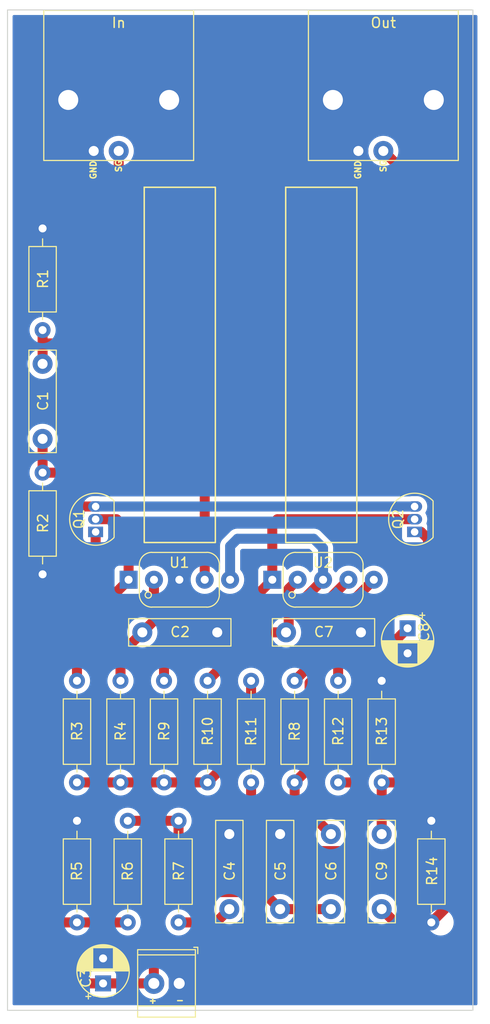
<source format=kicad_pcb>
(kicad_pcb (version 20211014) (generator pcbnew)
  (layers (0 "F.Cu" signal) (31 "B.Cu" signal) (34 "B.Paste" user) (35 "F.Paste" user) (36 "B.SilkS" user "B.Silkscreen") (37 "F.SilkS" user "F.Silkscreen") (38 "B.Mask" user) (39 "F.Mask" user) (44 "Edge.Cuts" user))
  (net 0 "")
  (net 1 "In")
  (net 2 "Net-(C1-Pad2)")
  (net 3 "GND")
  (net 4 "Net-(C2-Pad2)")
  (net 5 "Net-(C4-Pad2)")
  (net 6 "Net-(C5-Pad2)")
  (net 7 "Net-(C6-Pad1)")
  (net 8 "Net-(C7-Pad2)")
  (net 9 "Net-(C8-Pad1)")
  (net 10 "Out")
  (net 11 "+30V")
  (net 12 "Net-(Q1-Pad2)")
  (net 13 "Net-(Q1-Pad1)")
  (net 14 "Net-(Q2-Pad2)")
  (net 15 "Net-(R8-Pad2)")
  (net 16 "heater")
  (net 17 "1")
  (net 18 "Net-(C9-Pad2)")
  (footprint "Resistor_THT:R_Axial_DIN0207_L6.3mm_D2.5mm_P10.16mm_Horizontal" (layer "F.Cu") (at 45.943604 127.991 90)
    (fp_text reference "R6" (at 5.124 -0.013269 90) (layer "F.SilkS"))
    (fp_text value "82K")
    (pad "1" thru_hole circle locked (at 0 0 90) (size 1.6 1.6) (drill 0.8) (layers *.Cu *.Mask) (net 13 "Net-(Q1-Pad1)"))
    (pad "2" thru_hole oval locked (at 10.16 0 90) (size 1.6 1.6) (drill 0.8) (layers *.Cu *.Mask) (net 6 "Net-(C5-Pad2)"))
  )
  (footprint "Capacitor_THT:C_Rect_L10.0mm_W2.5mm_P7.50mm_MKS4" (layer "F.Cu") (at 69.287 98.997 180)
    (fp_text reference "C7" (at 3.72 0.04) (layer "F.SilkS"))
    (fp_text value "0.1uF")
    (pad "1" thru_hole circle locked (at 0 0 180) (size 2 2) (drill 1) (layers *.Cu *.Mask) (net 3 "GND"))
    (pad "2" thru_hole circle locked (at 7.5 0 180) (size 2 2) (drill 1) (layers *.Cu *.Mask) (net 8 "Net-(C7-Pad2)"))
  )
  (footprint "Capacitor_THT:C_Rect_L10.0mm_W2.5mm_P7.50mm_MKS4" (layer "F.Cu") (at 66.276936 119.161 -90)
    (fp_text reference "C6" (at 3.706 -0.031984 90) (layer "F.SilkS"))
    (fp_text value "0.1uF")
    (pad "1" thru_hole circle locked (at 0 0 270) (size 2 2) (drill 1) (layers *.Cu *.Mask) (net 7 "Net-(C6-Pad1)"))
    (pad "2" thru_hole circle locked (at 7.5 0 270) (size 2 2) (drill 1) (layers *.Cu *.Mask) (net 6 "Net-(C5-Pad2)"))
  )
  (footprint "Resistor_THT:R_Axial_DIN0207_L6.3mm_D2.5mm_P10.16mm_Horizontal" (layer "F.Cu") (at 40.860269 127.991 90)
    (fp_text reference "R5" (at 5.124 -0.013269 90) (layer "F.SilkS"))
    (fp_text value "10K")
    (pad "1" thru_hole circle locked (at 0 0 90) (size 1.6 1.6) (drill 0.8) (layers *.Cu *.Mask) (net 13 "Net-(Q1-Pad1)"))
    (pad "2" thru_hole oval locked (at 10.16 0 90) (size 1.6 1.6) (drill 0.8) (layers *.Cu *.Mask) (net 3 "GND"))
  )
  (footprint "Resistor_THT:R_Axial_DIN0207_L6.3mm_D2.5mm_P10.16mm_Horizontal" (layer "F.Cu") (at 49.574557 113.997 90)
    (fp_text reference "R9" (at 5.12 0.006731 90) (layer "F.SilkS"))
    (fp_text value "100K")
    (pad "1" thru_hole circle locked (at 0 0 90) (size 1.6 1.6) (drill 0.8) (layers *.Cu *.Mask) (net 11 "+30V"))
    (pad "2" thru_hole oval locked (at 10.16 0 90) (size 1.6 1.6) (drill 0.8) (layers *.Cu *.Mask) (net 14 "Net-(Q2-Pad2)"))
  )
  (footprint "Resistor_THT:R_Axial_DIN0207_L6.3mm_D2.5mm_P10.16mm_Horizontal" (layer "F.Cu") (at 58.288843 103.839708 -90)
    (fp_text reference "R11" (at 5.057292 0.001843 90) (layer "F.SilkS"))
    (fp_text value "1.5K")
    (pad "1" thru_hole circle locked (at 0 0 270) (size 1.6 1.6) (drill 0.8) (layers *.Cu *.Mask) (net 11 "+30V"))
    (pad "2" thru_hole oval locked (at 10.16 0 270) (size 1.6 1.6) (drill 0.8) (layers *.Cu *.Mask) (net 9 "Net-(C8-Pad1)"))
  )
  (footprint "TerminalBlock_TE-Connectivity:TerminalBlock_TE_282834-2_1x02_P2.54mm_Horizontal" (layer "F.Cu") (at 51.093 134.087 180)
    (fp_text reference "J3" hide)
    (fp_text value "Power")
    (fp_text user "-" (at -0.074 -1.681484) (layer "F.SilkS") (effects (font (size 0.6 0.6))))
    (pad "1" thru_hole rect locked (at 0 0 180) (size 2.1 2.1) (drill 1.1) (layers *.Cu *.Mask) (net 3 "GND"))
    (pad "2" thru_hole circle locked (at 2.54 0 180) (size 2.1 2.1) (drill 1.1) (layers *.Cu *.Mask) (net 11 "+30V"))
  )
  (footprint "Valve:Valve_Mini_Pentode_Linear" (layer "F.Cu") (at 46.027 93.737)
    (fp_text reference "U1" (at 5.08 -1.71) (layer "F.SilkS"))
    (fp_text value "JAN6418")
    (pad "1" thru_hole rect locked (at 0 0) (size 1.8 1.8) (drill 0.8) (layers *.Cu *.Mask) (net 12 "Net-(Q1-Pad2)"))
    (pad "2" thru_hole circle locked (at 2.54 0) (size 1.8 1.8) (drill 0.8) (layers *.Cu *.Mask) (net 4 "Net-(C2-Pad2)"))
    (pad "3" thru_hole circle locked (at 5.08 0) (size 1.8 1.8) (drill 0.8) (layers *.Cu *.Mask) (net 3 "GND"))
    (pad "4" thru_hole circle locked (at 7.62 0) (size 1.8 1.8) (drill 0.8) (layers *.Cu *.Mask) (net 2 "Net-(C1-Pad2)"))
    (pad "5" thru_hole circle locked (at 10.16 0) (size 1.8 1.8) (drill 0.8) (layers *.Cu *.Mask) (net 17 "1"))
  )
  (footprint "Capacitor_THT:CP_Radial_D5.0mm_P2.50mm" (layer "F.Cu") (at 73.953 98.591888 -90)
    (fp_text reference "C8" (at 0.395112 -1.654 90) (layer "F.SilkS"))
    (fp_text value "4.7uF")
    (pad "1" thru_hole rect locked (at 0 0 270) (size 1.6 1.6) (drill 0.8) (layers *.Cu *.Mask) (net 9 "Net-(C8-Pad1)"))
    (pad "2" thru_hole circle locked (at 2.5 0 270) (size 1.6 1.6) (drill 0.8) (layers *.Cu *.Mask) (net 3 "GND"))
  )
  (footprint "Package_TO_SOT_THT:TO-92_Inline" (layer "F.Cu") (at 42.727 88.957 90)
    (fp_text reference "Q1" (at 1.29 -1.65798 90) (layer "F.SilkS"))
    (fp_text value "BSN254A")
    (pad "1" thru_hole rect locked (at 0 0 90) (size 1.05 1.5) (drill 0.75) (layers *.Cu *.Mask) (net 13 "Net-(Q1-Pad1)"))
    (pad "2" thru_hole oval locked (at 1.27 0 90) (size 1.05 1.5) (drill 0.75) (layers *.Cu *.Mask) (net 12 "Net-(Q1-Pad2)"))
    (pad "3" thru_hole oval locked (at 2.54 0 90) (size 1.05 1.5) (drill 0.75) (layers *.Cu *.Mask) (net 11 "+30V"))
  )
  (footprint "Capacitor_THT:C_Rect_L10.0mm_W2.5mm_P7.50mm_MKS4" (layer "F.Cu") (at 37.418677 72.157065 -90)
    (fp_text reference "C1" (at 3.719935 -0.038323 90) (layer "F.SilkS"))
    (fp_text value "0.1uF")
    (pad "1" thru_hole circle locked (at 0 0 270) (size 2 2) (drill 1) (layers *.Cu *.Mask) (net 1 "In"))
    (pad "2" thru_hole circle locked (at 7.5 0 270) (size 2 2) (drill 1) (layers *.Cu *.Mask) (net 2 "Net-(C1-Pad2)"))
  )
  (footprint "Resistor_THT:R_Axial_DIN0207_L6.3mm_D2.5mm_P10.16mm_Horizontal" (layer "F.Cu") (at 37.418677 83.033 -90)
    (fp_text reference "R2" (at 5.049935 -0.038323 90) (layer "F.SilkS"))
    (fp_text value "1M")
    (pad "1" thru_hole circle locked (at 0 0 270) (size 1.6 1.6) (drill 0.8) (layers *.Cu *.Mask) (net 2 "Net-(C1-Pad2)"))
    (pad "2" thru_hole oval locked (at 10.16 0 270) (size 1.6 1.6) (drill 0.8) (layers *.Cu *.Mask) (net 3 "GND"))
  )
  (footprint "Resistor_THT:R_Axial_DIN0207_L6.3mm_D2.5mm_P10.16mm_Horizontal" (layer "F.Cu") (at 37.418677 68.781131 90)
    (fp_text reference "R1" (at 5.110065 0.038323 90) (layer "F.SilkS"))
    (fp_text value "100K")
    (pad "1" thru_hole circle locked (at 0 0 90) (size 1.6 1.6) (drill 0.8) (layers *.Cu *.Mask) (net 1 "In"))
    (pad "2" thru_hole oval locked (at 10.16 0 90) (size 1.6 1.6) (drill 0.8) (layers *.Cu *.Mask) (net 3 "GND"))
  )
  (footprint "Resistor_THT:R_Axial_DIN0207_L6.3mm_D2.5mm_P10.16mm_Horizontal" (layer "F.Cu") (at 51.026937 117.831 -90)
    (fp_text reference "R7" (at 5.036 -0.023116 90) (layer "F.SilkS"))
    (fp_text value "10K")
    (pad "1" thru_hole circle locked (at 0 0 270) (size 1.6 1.6) (drill 0.8) (layers *.Cu *.Mask) (net 6 "Net-(C5-Pad2)"))
    (pad "2" thru_hole oval locked (at 10.16 0 270) (size 1.6 1.6) (drill 0.8) (layers *.Cu *.Mask) (net 5 "Net-(C4-Pad2)"))
  )
  (footprint "Resistor_THT:R_Axial_DIN0207_L6.3mm_D2.5mm_P10.16mm_Horizontal" (layer "F.Cu") (at 71.360269 113.999708 90)
    (fp_text reference "R13" (at 5.12 0.006731 90) (layer "F.SilkS"))
    (fp_text value "10K")
    (pad "1" thru_hole circle locked (at 0 0 90) (size 1.6 1.6) (drill 0.8) (layers *.Cu *.Mask) (net 18 "Net-(C9-Pad2)"))
    (pad "2" thru_hole oval locked (at 10.16 0 90) (size 1.6 1.6) (drill 0.8) (layers *.Cu *.Mask) (net 3 "GND"))
  )
  (footprint "Resistor_THT:R_Axial_DIN0207_L6.3mm_D2.5mm_P10.16mm_Horizontal" (layer "F.Cu") (at 45.217414 113.997 90)
    (fp_text reference "R4" (at 5.12 0.006731 90) (layer "F.SilkS"))
    (fp_text value "330K")
    (pad "1" thru_hole circle locked (at 0 0 90) (size 1.6 1.6) (drill 0.8) (layers *.Cu *.Mask) (net 11 "+30V"))
    (pad "2" thru_hole oval locked (at 10.16 0 90) (size 1.6 1.6) (drill 0.8) (layers *.Cu *.Mask) (net 4 "Net-(C2-Pad2)"))
  )
  (footprint "Capacitor_THT:C_Rect_L10.0mm_W2.5mm_P7.50mm_MKS4" (layer "F.Cu") (at 54.902 98.997 180)
    (fp_text reference "C2" (at 3.72 0.04) (layer "F.SilkS"))
    (fp_text value "0.1uF")
    (pad "1" thru_hole circle locked (at 0 0 180) (size 2 2) (drill 1) (layers *.Cu *.Mask) (net 3 "GND"))
    (pad "2" thru_hole circle locked (at 7.5 0 180) (size 2 2) (drill 1) (layers *.Cu *.Mask) (net 4 "Net-(C2-Pad2)"))
  )
  (footprint "Valve:Valve_Mini_Pentode_Linear" (layer "F.Cu") (at 60.412 93.737)
    (fp_text reference "U2" (at 5.08 -1.71) (layer "F.SilkS"))
    (fp_text value "JAN6418")
    (pad "1" thru_hole rect locked (at 0 0) (size 1.8 1.8) (drill 0.8) (layers *.Cu *.Mask) (net 14 "Net-(Q2-Pad2)"))
    (pad "2" thru_hole circle locked (at 2.54 0) (size 1.8 1.8) (drill 0.8) (layers *.Cu *.Mask) (net 8 "Net-(C7-Pad2)"))
    (pad "3" thru_hole circle locked (at 5.08 0) (size 1.8 1.8) (drill 0.8) (layers *.Cu *.Mask) (net 17 "1"))
    (pad "4" thru_hole circle locked (at 7.62 0) (size 1.8 1.8) (drill 0.8) (layers *.Cu *.Mask) (net 7 "Net-(C6-Pad1)"))
    (pad "5" thru_hole circle locked (at 10.16 0) (size 1.8 1.8) (drill 0.8) (layers *.Cu *.Mask) (net 16 "heater"))
  )
  (footprint "Capacitor_THT:CP_Radial_D5.0mm_P2.50mm" (layer "F.Cu") (at 43.473 134.087 90)
    (fp_text reference "C3" (at 0.53 -1.726 90) (layer "F.SilkS"))
    (fp_text value "4.7uF")
    (pad "1" thru_hole rect locked (at 0 0 90) (size 1.6 1.6) (drill 0.8) (layers *.Cu *.Mask) (net 11 "+30V"))
    (pad "2" thru_hole circle locked (at 2.5 0 90) (size 1.6 1.6) (drill 0.8) (layers *.Cu *.Mask) (net 3 "GND"))
  )
  (footprint "Resistor_THT:R_Axial_DIN0207_L6.3mm_D2.5mm_P10.16mm_Horizontal" (layer "F.Cu") (at 76.330981 127.99 90)
    (fp_text reference "R14" (at 5.124 0.06968 90) (layer "F.SilkS"))
    (fp_text value "1M")
    (pad "1" thru_hole circle locked (at 0 0 90) (size 1.6 1.6) (drill 0.8) (layers *.Cu *.Mask) (net 10 "Out"))
    (pad "2" thru_hole oval locked (at 10.16 0 90) (size 1.6 1.6) (drill 0.8) (layers *.Cu *.Mask) (net 3 "GND"))
  )
  (footprint "Package_TO_SOT_THT:TO-92_Inline" (layer "F.Cu") (at 74.657 88.957 90)
    (fp_text reference "Q2" (at 1.27 -1.651787 90) (layer "F.SilkS"))
    (fp_text value "BSN254A")
    (pad "1" thru_hole rect locked (at 0 0 90) (size 1.05 1.5) (drill 0.75) (layers *.Cu *.Mask) (net 18 "Net-(C9-Pad2)"))
    (pad "2" thru_hole oval locked (at 1.27 0 90) (size 1.05 1.5) (drill 0.75) (layers *.Cu *.Mask) (net 14 "Net-(Q2-Pad2)"))
    (pad "3" thru_hole oval locked (at 2.54 0 90) (size 1.05 1.5) (drill 0.75) (layers *.Cu *.Mask) (net 11 "+30V"))
  )
  (footprint "Capacitor_THT:C_Rect_L10.0mm_W2.5mm_P7.50mm_MKS4" (layer "F.Cu") (at 71.360269 126.661 90)
    (fp_text reference "C9" (at 3.794 0.007741 90) (layer "F.SilkS"))
    (fp_text value "0.39uF")
    (pad "1" thru_hole circle locked (at 0 0 90) (size 2 2) (drill 1) (layers *.Cu *.Mask) (net 10 "Out"))
    (pad "2" thru_hole circle locked (at 7.5 0 90) (size 2 2) (drill 1) (layers *.Cu *.Mask) (net 18 "Net-(C9-Pad2)"))
  )
  (footprint "Resistor_THT:R_Axial_DIN0207_L6.3mm_D2.5mm_P10.16mm_Horizontal" (layer "F.Cu") (at 67.003127 113.999708 90)
    (fp_text reference "R12" (at 5.12 0.006731 90) (layer "F.SilkS"))
    (fp_text value "1.2K")
    (pad "1" thru_hole circle locked (at 0 0 90) (size 1.6 1.6) (drill 0.8) (layers *.Cu *.Mask) (net 9 "Net-(C8-Pad1)"))
    (pad "2" thru_hole oval locked (at 10.16 0 90) (size 1.6 1.6) (drill 0.8) (layers *.Cu *.Mask) (net 16 "heater"))
  )
  (footprint "Custom Library:RCA PANEL 2PIN FOOTPRINT" (layer "F.Cu") (at 45.037 48.327 -90)
    (fp_text reference "In" (at -10.26 0) (layer "F.SilkS"))
    (fp_text value "In")
    (fp_text user "SG" (at 4.064 0 90) (layer "F.SilkS") (effects (font (size 0.6 0.6))))
    (fp_text user "GND" (at 4.445 2.54 90) (layer "F.SilkS") (effects (font (size 0.6 0.6))))
    (pad "1" thru_hole circle locked (at 2.55 0 270) (size 2 2) (drill 1) (layers *.Cu *.Mask) (net 1 "In"))
    (pad "2" thru_hole circle locked (at 2.55 2.5 270) (size 2 2) (drill 1) (layers *.Cu *.Mask) (net 3 "GND"))
    (pad "2" thru_hole circle locked (at -2.55 -5.05 270) (size 3 3) (drill 2) (layers *.Cu *.Mask) (net 3 "GND"))
    (pad "2" thru_hole circle locked (at -2.55 5.05 270) (size 3 3) (drill 2) (layers *.Cu *.Mask) (net 3 "GND"))
  )
  (footprint "Capacitor_THT:C_Rect_L10.0mm_W2.5mm_P7.50mm_MKS4" (layer "F.Cu") (at 56.11027 119.161 -90)
    (fp_text reference "C4" (at 3.706 -0.031984 90) (layer "F.SilkS"))
    (fp_text value "6n8")
    (pad "1" thru_hole circle locked (at 0 0 270) (size 2 2) (drill 1) (layers *.Cu *.Mask) (net 3 "GND"))
    (pad "2" thru_hole circle locked (at 7.5 0 270) (size 2 2) (drill 1) (layers *.Cu *.Mask) (net 5 "Net-(C4-Pad2)"))
  )
  (footprint "Custom Library:RCA PANEL 2PIN FOOTPRINT" (layer "F.Cu") (at 71.527 48.327 -90)
    (fp_text reference "Out" (at -10.26 0) (layer "F.SilkS"))
    (fp_text value "Out")
    (fp_text user "GND" (at 4.445 2.54 90) (layer "F.SilkS") (effects (font (size 0.6 0.6))))
    (fp_text user "SG" (at 4.064 0 90) (layer "F.SilkS") (effects (font (size 0.6 0.6))))
    (pad "1" thru_hole circle locked (at 2.55 0 270) (size 2 2) (drill 1) (layers *.Cu *.Mask) (net 10 "Out"))
    (pad "2" thru_hole circle locked (at -2.55 5.05 270) (size 3 3) (drill 2) (layers *.Cu *.Mask) (net 3 "GND"))
    (pad "2" thru_hole circle locked (at -2.55 -5.05 270) (size 3 3) (drill 2) (layers *.Cu *.Mask) (net 3 "GND"))
    (pad "2" thru_hole circle locked (at 2.55 2.5 270) (size 2 2) (drill 1) (layers *.Cu *.Mask) (net 3 "GND"))
  )
  (footprint "Resistor_THT:R_Axial_DIN0207_L6.3mm_D2.5mm_P10.16mm_Horizontal" (layer "F.Cu") (at 40.860269 113.997 90)
    (fp_text reference "R3" (at 5.12 0.006731 90) (layer "F.SilkS"))
    (fp_text value "100K")
    (pad "1" thru_hole circle locked (at 0 0 90) (size 1.6 1.6) (drill 0.8) (layers *.Cu *.Mask) (net 11 "+30V"))
    (pad "2" thru_hole oval locked (at 10.16 0 90) (size 1.6 1.6) (drill 0.8) (layers *.Cu *.Mask) (net 12 "Net-(Q1-Pad2)"))
  )
  (footprint "Resistor_THT:R_Axial_DIN0207_L6.3mm_D2.5mm_P10.16mm_Horizontal" (layer "F.Cu") (at 53.9317 113.997 90)
    (fp_text reference "R10" (at 5.12 0.006731 90) (layer "F.SilkS"))
    (fp_text value "330K")
    (pad "1" thru_hole circle locked (at 0 0 90) (size 1.6 1.6) (drill 0.8) (layers *.Cu *.Mask) (net 11 "+30V"))
    (pad "2" thru_hole oval locked (at 10.16 0 90) (size 1.6 1.6) (drill 0.8) (layers *.Cu *.Mask) (net 8 "Net-(C7-Pad2)"))
  )
  (footprint "Capacitor_THT:C_Rect_L10.0mm_W2.5mm_P7.50mm_MKS4" (layer "F.Cu") (at 61.193603 119.161 -90)
    (fp_text reference "C5" (at 3.706 -0.031984 90) (layer "F.SilkS"))
    (fp_text value "0.022uf")
    (pad "1" thru_hole circle locked (at 0 0 270) (size 2 2) (drill 1) (layers *.Cu *.Mask) (net 3 "GND"))
    (pad "2" thru_hole circle locked (at 7.5 0 270) (size 2 2) (drill 1) (layers *.Cu *.Mask) (net 6 "Net-(C5-Pad2)"))
  )
  (footprint "Resistor_THT:R_Axial_DIN0207_L6.3mm_D2.5mm_P10.16mm_Horizontal" (layer "F.Cu") (at 62.645985 113.999708 90)
    (fp_text reference "R8" (at 5.102708 0.001015 90) (layer "F.SilkS"))
    (fp_text value "10K")
    (pad "1" thru_hole circle locked (at 0 0 90) (size 1.6 1.6) (drill 0.8) (layers *.Cu *.Mask) (net 7 "Net-(C6-Pad1)"))
    (pad "2" thru_hole oval locked (at 10.16 0 90) (size 1.6 1.6) (drill 0.8) (layers *.Cu *.Mask) (net 15 "Net-(R8-Pad2)"))
  )
  (gr_rect locked (start 68.873 54.507) (end 61.753 90.017) (layer "F.SilkS") (width 0.15) (fill none))
  (gr_rect locked (start 54.712 54.507) (end 47.592 90.017) (layer "F.SilkS") (width 0.15) (fill none))
  (gr_rect locked (start 80.493 36.779) (end 33.907 136.779) (layer "Edge.Cuts") (width 0.1) (fill none))
  (gr_text "+" (at 48.486795 135.840364 270) (layer "F.SilkS") (effects (font (size 0.6 0.6))))
  (segment locked (start 45.037 50.877) (end 45.037 68.477) (width 1) (layer "F.Cu") (net 1))
  (segment locked (start 45.037 68.477) (end 43.393323 70.120677) (width 1) (layer "F.Cu") (net 1))
  (segment locked (start 37.418677 70.120677) (end 37.418677 68.781131) (width 1) (layer "F.Cu") (net 1))
  (segment locked (start 37.418677 72.157065) (end 37.418677 70.120677) (width 1) (layer "F.Cu") (net 1))
  (segment locked (start 37.418677 70.120677) (end 38.859323 70.120677) (width 1) (layer "F.Cu") (net 1))
  (segment locked (start 43.393323 70.120677) (end 37.418677 70.120677) (width 1) (layer "F.Cu") (net 1))
  (segment locked (start 53.647 84.825) (end 51.855 83.033) (width 1) (layer "F.Cu") (net 2))
  (segment locked (start 37.418677 83.033) (end 37.418677 79.657065) (width 1) (layer "F.Cu") (net 2))
  (segment locked (start 53.647 93.737) (end 53.647 84.825) (width 1) (layer "F.Cu") (net 2))
  (segment locked (start 51.855 83.033) (end 37.418677 83.033) (width 1) (layer "F.Cu") (net 2))
  (segment locked (start 45.217414 103.837) (end 45.217414 101.181586) (width 1) (layer "F.Cu") (net 4))
  (segment locked (start 45.217414 101.181586) (end 47.402 98.997) (width 1) (layer "F.Cu") (net 4))
  (segment locked (start 48.567 93.762) (end 48.567 97.832) (width 1) (layer "F.Cu") (net 4))
  (segment locked (start 48.567 97.832) (end 47.402 98.997) (width 1) (layer "F.Cu") (net 4))
  (segment locked (start 51.026937 127.991) (end 54.78027 127.991) (width 1) (layer "F.Cu") (net 5))
  (segment locked (start 54.78027 127.991) (end 56.11027 126.661) (width 1) (layer "F.Cu") (net 5))
  (segment locked (start 45.943604 117.831) (end 51.026937 117.831) (width 1) (layer "F.Cu") (net 6))
  (segment locked (start 61.193603 126.661) (end 59.494093 124.961489) (width 1) (layer "F.Cu") (net 6))
  (segment locked (start 51.026937 123.098937) (end 51.026937 117.831) (width 1) (layer "F.Cu") (net 6))
  (segment locked (start 59.494093 124.961489) (end 52.889489 124.961489) (width 1) (layer "F.Cu") (net 6))
  (segment locked (start 52.889489 124.961489) (end 51.026937 123.098937) (width 1) (layer "F.Cu") (net 6))
  (segment locked (start 66.276936 126.661) (end 61.193603 126.661) (width 1) (layer "F.Cu") (net 6))
  (segment locked (start 68.032 93.737) (end 65.4895 96.2795) (width 1) (layer "F.Cu") (net 7))
  (segment locked (start 62.645985 113.999708) (end 62.645985 115.530049) (width 1) (layer "F.Cu") (net 7))
  (segment locked (start 62.645985 115.530049) (end 66.276936 119.161) (width 1) (layer "F.Cu") (net 7))
  (segment locked (start 64.145496 112.500197) (end 62.645985 113.999708) (width 1) (layer "F.Cu") (net 7))
  (segment locked (start 65.4895 96.2795) (end 65.4895 102.6945) (width 1) (layer "F.Cu") (net 7))
  (segment locked (start 65.4895 102.6945) (end 64.145496 104.038504) (width 1) (layer "F.Cu") (net 7))
  (segment locked (start 64.145496 104.038504) (end 64.145496 112.500197) (width 1) (layer "F.Cu") (net 7))
  (segment locked (start 53.9317 103.837) (end 58.7717 98.997) (width 1) (layer "F.Cu") (net 8))
  (segment locked (start 62.952 93.737) (end 62.052 94.637) (width 1) (layer "F.Cu") (net 8))
  (segment locked (start 62.052 94.637) (end 62.052 98.732) (width 1) (layer "F.Cu") (net 8))
  (segment locked (start 58.7717 98.997) (end 61.787 98.997) (width 1) (layer "F.Cu") (net 8))
  (segment locked (start 62.052 98.732) (end 61.787 98.997) (width 1) (layer "F.Cu") (net 8))
  (segment locked (start 68.873 119.944636) (end 68.405818 120.411818) (width 1) (layer "F.Cu") (net 9))
  (segment locked (start 68.405818 120.411818) (end 67.957125 120.860511) (width 1) (layer "F.Cu") (net 9))
  (segment locked (start 69.127 114.021) (end 69.127 119.690636) (width 1) (layer "F.Cu") (net 9))
  (segment locked (start 58.288843 119.946843) (end 58.288843 113.999708) (width 1) (layer "F.Cu") (net 9))
  (segment locked (start 67.003127 113.999708) (end 69.105708 113.999708) (width 1) (layer "F.Cu") (net 9))
  (segment locked (start 67.957125 120.860511) (end 59.202511 120.860511) (width 1) (layer "F.Cu") (net 9))
  (segment locked (start 59.202511 120.860511) (end 58.288843 119.946843) (width 1) (layer "F.Cu") (net 9))
  (segment locked (start 69.127 119.690636) (end 68.405818 120.411818) (width 1) (layer "F.Cu") (net 9))
  (segment locked (start 69.105708 113.999708) (end 69.127 114.021) (width 1) (layer "F.Cu") (net 9))
  (segment locked (start 73.953 98.591888) (end 69.127 103.417888) (width 1) (layer "F.Cu") (net 9))
  (segment locked (start 69.127 103.417888) (end 69.127 114.021) (width 1) (layer "F.Cu") (net 9))
  (segment locked (start 72.690269 127.991) (end 72.691269 127.99) (width 1) (layer "F.Cu") (net 10))
  (segment locked (start 72.691269 127.99) (end 76.330981 127.99) (width 1) (layer "F.Cu") (net 10))
  (segment locked (start 77.830492 57.180492) (end 71.527 50.877) (width 1) (layer "F.Cu") (net 10))
  (segment locked (start 77.830492 126.490489) (end 77.830492 57.180492) (width 1) (layer "F.Cu") (net 10))
  (segment locked (start 72.690269 127.991) (end 71.360269 126.661) (width 1) (layer "F.Cu") (net 10))
  (segment locked (start 76.330981 127.99) (end 77.830492 126.490489) (width 1) (layer "F.Cu") (net 10))
  (segment locked (start 43.473 114.021) (end 43.497 113.997) (width 1) (layer "F.Cu") (net 11))
  (segment locked (start 35.599 87.859) (end 37.041 86.417) (width 1) (layer "F.Cu") (net 11))
  (segment locked (start 36.615 134.087) (end 35.599 133.071) (width 1) (layer "F.Cu") (net 11))
  (segment locked (start 37.041 86.417) (end 42.727 86.417) (width 1) (layer "F.Cu") (net 11))
  (segment locked (start 53.9317 113.997) (end 52.641 113.997) (width 1) (layer "F.Cu") (net 11))
  (segment locked (start 43.497 113.997) (end 40.860269 113.997) (width 1) (layer "F.Cu") (net 11))
  (segment locked (start 52.641 113.997) (end 43.497 113.997) (width 1) (layer "F.Cu") (net 11))
  (segment locked (start 43.473 119.863) (end 48.553 124.943) (width 1) (layer "F.Cu") (net 11))
  (segment locked (start 48.553 134.087) (end 48.553 124.943) (width 1) (layer "F.Cu") (net 11))
  (segment locked (start 48.553 134.087) (end 36.615 134.087) (width 1) (layer "F.Cu") (net 11))
  (segment locked (start 35.599 133.071) (end 35.599 87.859) (width 1) (layer "F.Cu") (net 11))
  (segment locked (start 43.473 119.863) (end 43.473 114.021) (width 1) (layer "F.Cu") (net 11))
  (segment locked (start 58.288843 103.839708) (end 58.288843 109.639857) (width 1) (layer "F.Cu") (net 11))
  (segment locked (start 58.288843 109.639857) (end 53.9317 113.997) (width 1) (layer "F.Cu") (net 11))
  (segment locked (start 74.657 86.417) (end 42.727 86.417) (width 1) (layer "B.Cu") (net 11))
  (segment locked (start 46.027 88.889) (end 46.027 93.737) (width 1) (layer "F.Cu") (net 12))
  (segment locked (start 44.825 87.687) (end 46.027 88.889) (width 1) (layer "F.Cu") (net 12))
  (segment locked (start 46.027 93.762) (end 40.860269 98.928731) (width 1) (layer "F.Cu") (net 12))
  (segment locked (start 42.727 87.687) (end 44.825 87.687) (width 1) (layer "F.Cu") (net 12))
  (segment locked (start 40.860269 98.928731) (end 40.860269 103.837) (width 1) (layer "F.Cu") (net 12))
  (segment locked (start 40.860269 127.991) (end 45.943604 127.991) (width 1) (layer "F.Cu") (net 13))
  (segment locked (start 42.727 88.957) (end 42.727 93.939) (width 1) (layer "F.Cu") (net 13))
  (segment locked (start 37.631 126.721) (end 38.901 127.991) (width 1) (layer "F.Cu") (net 13))
  (segment locked (start 38.901 127.991) (end 40.860269 127.991) (width 1) (layer "F.Cu") (net 13))
  (segment locked (start 42.727 93.939) (end 37.631 99.035) (width 1) (layer "F.Cu") (net 13))
  (segment locked (start 37.631 99.035) (end 37.631 126.721) (width 1) (layer "F.Cu") (net 13))
  (segment locked (start 60.412 93.737) (end 57.862 96.287) (width 1) (layer "F.Cu") (net 14))
  (segment locked (start 57.862 96.287) (end 54.427 96.287) (width 1) (layer "F.Cu") (net 14))
  (segment locked (start 49.574557 101.139443) (end 49.574557 103.837) (width 1) (layer "F.Cu") (net 14))
  (segment locked (start 54.427 96.287) (end 49.574557 101.139443) (width 1) (layer "F.Cu") (net 14))
  (segment locked (start 60.917 87.687) (end 74.657 87.687) (width 1) (layer "F.Cu") (net 14))
  (segment locked (start 60.412 88.192) (end 60.917 87.687) (width 1) (layer "F.Cu") (net 14))
  (segment locked (start 60.412 93.737) (end 60.412 88.192) (width 1) (layer "F.Cu") (net 14))
  (segment locked (start 67.003127 103.839708) (end 67.003127 97.305873) (width 1) (layer "F.Cu") (net 16))
  (segment locked (start 67.003127 97.305873) (end 70.572 93.737) (width 1) (layer "F.Cu") (net 16))
  (segment locked (start 63.837 95.392) (end 63.837 102.648693) (width 1) (layer "F.Cu") (net 17))
  (segment locked (start 63.837 102.648693) (end 62.645985 103.839708) (width 1) (layer "F.Cu") (net 17))
  (segment locked (start 65.492 93.737) (end 63.837 95.392) (width 1) (layer "F.Cu") (net 17))
  (segment locked (start 65.492 93.737) (end 65.492 90.574) (width 1) (layer "B.Cu") (net 17))
  (segment locked (start 65.492 90.574) (end 64.555 89.637) (width 1) (layer "B.Cu") (net 17))
  (segment locked (start 64.555 89.637) (end 56.935 89.637) (width 1) (layer "B.Cu") (net 17))
  (segment locked (start 56.187 90.385) (end 56.187 93.737) (width 1) (layer "B.Cu") (net 17))
  (segment locked (start 56.935 89.637) (end 56.187 90.385) (width 1) (layer "B.Cu") (net 17))
  (segment locked (start 75.985 110.899) (end 75.985 89.637) (width 1) (layer "F.Cu") (net 18))
  (segment locked (start 75.985 89.637) (end 75.305 88.957) (width 1) (layer "F.Cu") (net 18))
  (segment locked (start 71.360269 113.999708) (end 72.884292 113.999708) (width 1) (layer "F.Cu") (net 18))
  (segment locked (start 75.305 88.957) (end 74.657 88.957) (width 1) (layer "F.Cu") (net 18))
  (segment locked (start 71.360269 119.161) (end 71.360269 113.999708) (width 1) (layer "F.Cu") (net 18))
  (segment locked (start 72.884292 113.999708) (end 75.985 110.899) (width 1) (layer "F.Cu") (net 18))
  (zone locked (net 3) (net_name "GND") (layer "B.Cu") (connect_pads yes (clearance 0.508)) (min_thickness 0.254) (fill yes (thermal_gap 0.508) (thermal_bridge_width 0.508))
    (polygon (pts (xy 33.155 138.151) (xy 33.155 35.787) (xy 82.225 35.787) (xy 82.225 138.151)))
  )
)
</source>
